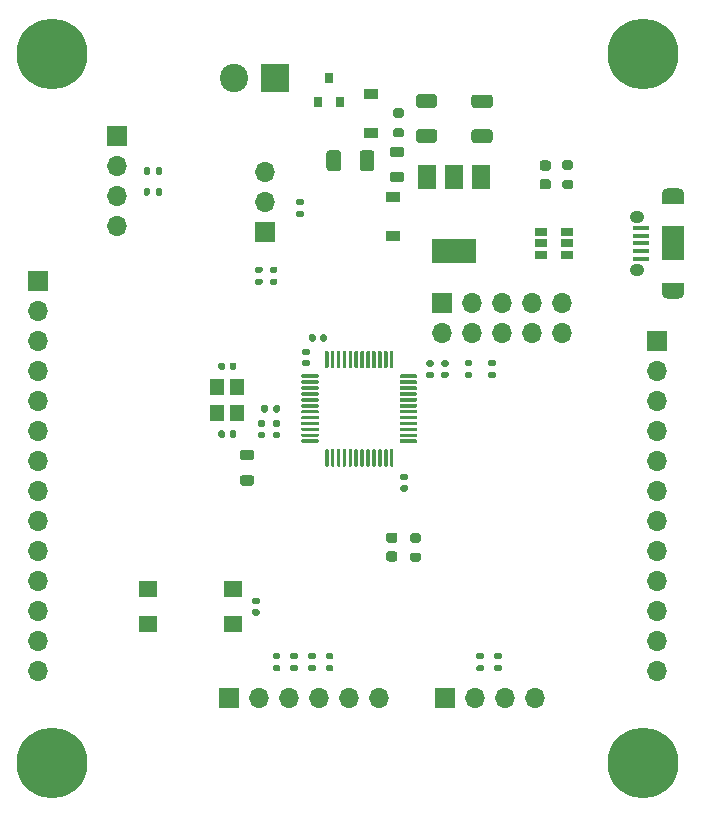
<source format=gbr>
%TF.GenerationSoftware,KiCad,Pcbnew,(5.1.9)-1*%
%TF.CreationDate,2021-01-20T19:31:44-08:00*%
%TF.ProjectId,STM32_BOB,53544d33-325f-4424-9f42-2e6b69636164,rev?*%
%TF.SameCoordinates,Original*%
%TF.FileFunction,Soldermask,Top*%
%TF.FilePolarity,Negative*%
%FSLAX46Y46*%
G04 Gerber Fmt 4.6, Leading zero omitted, Abs format (unit mm)*
G04 Created by KiCad (PCBNEW (5.1.9)-1) date 2021-01-20 19:31:44*
%MOMM*%
%LPD*%
G01*
G04 APERTURE LIST*
%ADD10O,1.700000X1.700000*%
%ADD11R,1.700000X1.700000*%
%ADD12R,1.200000X0.900000*%
%ADD13C,0.800000*%
%ADD14C,6.000000*%
%ADD15R,1.200000X1.400000*%
%ADD16R,2.400000X2.400000*%
%ADD17C,2.400000*%
%ADD18O,1.250000X1.050000*%
%ADD19R,1.350000X0.400000*%
%ADD20O,1.900000X1.000000*%
%ADD21R,1.900000X2.900000*%
%ADD22R,1.900000X0.875000*%
%ADD23R,0.800000X0.900000*%
%ADD24R,1.600000X1.400000*%
%ADD25R,3.800000X2.000000*%
%ADD26R,1.500000X2.000000*%
%ADD27R,1.060000X0.650000*%
G04 APERTURE END LIST*
%TO.C,C12*%
G36*
G01*
X116420000Y-112550000D02*
X116080000Y-112550000D01*
G75*
G02*
X115940000Y-112410000I0J140000D01*
G01*
X115940000Y-112130000D01*
G75*
G02*
X116080000Y-111990000I140000J0D01*
G01*
X116420000Y-111990000D01*
G75*
G02*
X116560000Y-112130000I0J-140000D01*
G01*
X116560000Y-112410000D01*
G75*
G02*
X116420000Y-112550000I-140000J0D01*
G01*
G37*
G36*
G01*
X116420000Y-113510000D02*
X116080000Y-113510000D01*
G75*
G02*
X115940000Y-113370000I0J140000D01*
G01*
X115940000Y-113090000D01*
G75*
G02*
X116080000Y-112950000I140000J0D01*
G01*
X116420000Y-112950000D01*
G75*
G02*
X116560000Y-113090000I0J-140000D01*
G01*
X116560000Y-113370000D01*
G75*
G02*
X116420000Y-113510000I-140000J0D01*
G01*
G37*
%TD*%
%TO.C,C11*%
G36*
G01*
X114040000Y-98320000D02*
X114040000Y-97980000D01*
G75*
G02*
X114180000Y-97840000I140000J0D01*
G01*
X114460000Y-97840000D01*
G75*
G02*
X114600000Y-97980000I0J-140000D01*
G01*
X114600000Y-98320000D01*
G75*
G02*
X114460000Y-98460000I-140000J0D01*
G01*
X114180000Y-98460000D01*
G75*
G02*
X114040000Y-98320000I0J140000D01*
G01*
G37*
G36*
G01*
X113080000Y-98320000D02*
X113080000Y-97980000D01*
G75*
G02*
X113220000Y-97840000I140000J0D01*
G01*
X113500000Y-97840000D01*
G75*
G02*
X113640000Y-97980000I0J-140000D01*
G01*
X113640000Y-98320000D01*
G75*
G02*
X113500000Y-98460000I-140000J0D01*
G01*
X113220000Y-98460000D01*
G75*
G02*
X113080000Y-98320000I0J140000D01*
G01*
G37*
%TD*%
%TO.C,C10*%
G36*
G01*
X113640000Y-92230000D02*
X113640000Y-92570000D01*
G75*
G02*
X113500000Y-92710000I-140000J0D01*
G01*
X113220000Y-92710000D01*
G75*
G02*
X113080000Y-92570000I0J140000D01*
G01*
X113080000Y-92230000D01*
G75*
G02*
X113220000Y-92090000I140000J0D01*
G01*
X113500000Y-92090000D01*
G75*
G02*
X113640000Y-92230000I0J-140000D01*
G01*
G37*
G36*
G01*
X114600000Y-92230000D02*
X114600000Y-92570000D01*
G75*
G02*
X114460000Y-92710000I-140000J0D01*
G01*
X114180000Y-92710000D01*
G75*
G02*
X114040000Y-92570000I0J140000D01*
G01*
X114040000Y-92230000D01*
G75*
G02*
X114180000Y-92090000I140000J0D01*
G01*
X114460000Y-92090000D01*
G75*
G02*
X114600000Y-92230000I0J-140000D01*
G01*
G37*
%TD*%
%TO.C,C9*%
G36*
G01*
X118170000Y-97530000D02*
X117830000Y-97530000D01*
G75*
G02*
X117690000Y-97390000I0J140000D01*
G01*
X117690000Y-97110000D01*
G75*
G02*
X117830000Y-96970000I140000J0D01*
G01*
X118170000Y-96970000D01*
G75*
G02*
X118310000Y-97110000I0J-140000D01*
G01*
X118310000Y-97390000D01*
G75*
G02*
X118170000Y-97530000I-140000J0D01*
G01*
G37*
G36*
G01*
X118170000Y-98490000D02*
X117830000Y-98490000D01*
G75*
G02*
X117690000Y-98350000I0J140000D01*
G01*
X117690000Y-98070000D01*
G75*
G02*
X117830000Y-97930000I140000J0D01*
G01*
X118170000Y-97930000D01*
G75*
G02*
X118310000Y-98070000I0J-140000D01*
G01*
X118310000Y-98350000D01*
G75*
G02*
X118170000Y-98490000I-140000J0D01*
G01*
G37*
%TD*%
%TO.C,C8*%
G36*
G01*
X116910000Y-97540000D02*
X116570000Y-97540000D01*
G75*
G02*
X116430000Y-97400000I0J140000D01*
G01*
X116430000Y-97120000D01*
G75*
G02*
X116570000Y-96980000I140000J0D01*
G01*
X116910000Y-96980000D01*
G75*
G02*
X117050000Y-97120000I0J-140000D01*
G01*
X117050000Y-97400000D01*
G75*
G02*
X116910000Y-97540000I-140000J0D01*
G01*
G37*
G36*
G01*
X116910000Y-98500000D02*
X116570000Y-98500000D01*
G75*
G02*
X116430000Y-98360000I0J140000D01*
G01*
X116430000Y-98080000D01*
G75*
G02*
X116570000Y-97940000I140000J0D01*
G01*
X116910000Y-97940000D01*
G75*
G02*
X117050000Y-98080000I0J-140000D01*
G01*
X117050000Y-98360000D01*
G75*
G02*
X116910000Y-98500000I-140000J0D01*
G01*
G37*
%TD*%
%TO.C,C7*%
G36*
G01*
X132420000Y-92450000D02*
X132080000Y-92450000D01*
G75*
G02*
X131940000Y-92310000I0J140000D01*
G01*
X131940000Y-92030000D01*
G75*
G02*
X132080000Y-91890000I140000J0D01*
G01*
X132420000Y-91890000D01*
G75*
G02*
X132560000Y-92030000I0J-140000D01*
G01*
X132560000Y-92310000D01*
G75*
G02*
X132420000Y-92450000I-140000J0D01*
G01*
G37*
G36*
G01*
X132420000Y-93410000D02*
X132080000Y-93410000D01*
G75*
G02*
X131940000Y-93270000I0J140000D01*
G01*
X131940000Y-92990000D01*
G75*
G02*
X132080000Y-92850000I140000J0D01*
G01*
X132420000Y-92850000D01*
G75*
G02*
X132560000Y-92990000I0J-140000D01*
G01*
X132560000Y-93270000D01*
G75*
G02*
X132420000Y-93410000I-140000J0D01*
G01*
G37*
%TD*%
%TO.C,C6*%
G36*
G01*
X120330000Y-91860000D02*
X120670000Y-91860000D01*
G75*
G02*
X120810000Y-92000000I0J-140000D01*
G01*
X120810000Y-92280000D01*
G75*
G02*
X120670000Y-92420000I-140000J0D01*
G01*
X120330000Y-92420000D01*
G75*
G02*
X120190000Y-92280000I0J140000D01*
G01*
X120190000Y-92000000D01*
G75*
G02*
X120330000Y-91860000I140000J0D01*
G01*
G37*
G36*
G01*
X120330000Y-90900000D02*
X120670000Y-90900000D01*
G75*
G02*
X120810000Y-91040000I0J-140000D01*
G01*
X120810000Y-91320000D01*
G75*
G02*
X120670000Y-91460000I-140000J0D01*
G01*
X120330000Y-91460000D01*
G75*
G02*
X120190000Y-91320000I0J140000D01*
G01*
X120190000Y-91040000D01*
G75*
G02*
X120330000Y-90900000I140000J0D01*
G01*
G37*
%TD*%
%TO.C,C5*%
G36*
G01*
X128970000Y-102050000D02*
X128630000Y-102050000D01*
G75*
G02*
X128490000Y-101910000I0J140000D01*
G01*
X128490000Y-101630000D01*
G75*
G02*
X128630000Y-101490000I140000J0D01*
G01*
X128970000Y-101490000D01*
G75*
G02*
X129110000Y-101630000I0J-140000D01*
G01*
X129110000Y-101910000D01*
G75*
G02*
X128970000Y-102050000I-140000J0D01*
G01*
G37*
G36*
G01*
X128970000Y-103010000D02*
X128630000Y-103010000D01*
G75*
G02*
X128490000Y-102870000I0J140000D01*
G01*
X128490000Y-102590000D01*
G75*
G02*
X128630000Y-102450000I140000J0D01*
G01*
X128970000Y-102450000D01*
G75*
G02*
X129110000Y-102590000I0J-140000D01*
G01*
X129110000Y-102870000D01*
G75*
G02*
X128970000Y-103010000I-140000J0D01*
G01*
G37*
%TD*%
%TO.C,C4*%
G36*
G01*
X121300000Y-89830000D02*
X121300000Y-90170000D01*
G75*
G02*
X121160000Y-90310000I-140000J0D01*
G01*
X120880000Y-90310000D01*
G75*
G02*
X120740000Y-90170000I0J140000D01*
G01*
X120740000Y-89830000D01*
G75*
G02*
X120880000Y-89690000I140000J0D01*
G01*
X121160000Y-89690000D01*
G75*
G02*
X121300000Y-89830000I0J-140000D01*
G01*
G37*
G36*
G01*
X122260000Y-89830000D02*
X122260000Y-90170000D01*
G75*
G02*
X122120000Y-90310000I-140000J0D01*
G01*
X121840000Y-90310000D01*
G75*
G02*
X121700000Y-90170000I0J140000D01*
G01*
X121700000Y-89830000D01*
G75*
G02*
X121840000Y-89690000I140000J0D01*
G01*
X122120000Y-89690000D01*
G75*
G02*
X122260000Y-89830000I0J-140000D01*
G01*
G37*
%TD*%
%TO.C,C3*%
G36*
G01*
X131170000Y-92450000D02*
X130830000Y-92450000D01*
G75*
G02*
X130690000Y-92310000I0J140000D01*
G01*
X130690000Y-92030000D01*
G75*
G02*
X130830000Y-91890000I140000J0D01*
G01*
X131170000Y-91890000D01*
G75*
G02*
X131310000Y-92030000I0J-140000D01*
G01*
X131310000Y-92310000D01*
G75*
G02*
X131170000Y-92450000I-140000J0D01*
G01*
G37*
G36*
G01*
X131170000Y-93410000D02*
X130830000Y-93410000D01*
G75*
G02*
X130690000Y-93270000I0J140000D01*
G01*
X130690000Y-92990000D01*
G75*
G02*
X130830000Y-92850000I140000J0D01*
G01*
X131170000Y-92850000D01*
G75*
G02*
X131310000Y-92990000I0J-140000D01*
G01*
X131310000Y-93270000D01*
G75*
G02*
X131170000Y-93410000I-140000J0D01*
G01*
G37*
%TD*%
D10*
%TO.C,J3*%
X142160000Y-89590000D03*
X142160000Y-87050000D03*
X139620000Y-89590000D03*
X139620000Y-87050000D03*
X137080000Y-89590000D03*
X137080000Y-87050000D03*
X134540000Y-89590000D03*
X134540000Y-87050000D03*
X132000000Y-89590000D03*
D11*
X132000000Y-87050000D03*
%TD*%
D12*
%TO.C,D1*%
X126000000Y-72650000D03*
X126000000Y-69350000D03*
%TD*%
D13*
%TO.C,H4*%
X150590990Y-124409010D03*
X149000000Y-123750000D03*
X147409010Y-124409010D03*
X146750000Y-126000000D03*
X147409010Y-127590990D03*
X149000000Y-128250000D03*
X150590990Y-127590990D03*
X151250000Y-126000000D03*
D14*
X149000000Y-126000000D03*
%TD*%
D13*
%TO.C,H3*%
X100590990Y-124409010D03*
X99000000Y-123750000D03*
X97409010Y-124409010D03*
X96750000Y-126000000D03*
X97409010Y-127590990D03*
X99000000Y-128250000D03*
X100590990Y-127590990D03*
X101250000Y-126000000D03*
D14*
X99000000Y-126000000D03*
%TD*%
D13*
%TO.C,H2*%
X150590990Y-64409010D03*
X149000000Y-63750000D03*
X147409010Y-64409010D03*
X146750000Y-66000000D03*
X147409010Y-67590990D03*
X149000000Y-68250000D03*
X150590990Y-67590990D03*
X151250000Y-66000000D03*
D14*
X149000000Y-66000000D03*
%TD*%
D13*
%TO.C,H1*%
X100590990Y-64409010D03*
X99000000Y-63750000D03*
X97409010Y-64409010D03*
X96750000Y-66000000D03*
X97409010Y-67590990D03*
X99000000Y-68250000D03*
X100590990Y-67590990D03*
X101250000Y-66000000D03*
D14*
X99000000Y-66000000D03*
%TD*%
D10*
%TO.C,J8*%
X97800000Y-118200000D03*
X97800000Y-115660000D03*
X97800000Y-113120000D03*
X97800000Y-110580000D03*
X97800000Y-108040000D03*
X97800000Y-105500000D03*
X97800000Y-102960000D03*
X97800000Y-100420000D03*
X97800000Y-97880000D03*
X97800000Y-95340000D03*
X97800000Y-92800000D03*
X97800000Y-90260000D03*
X97800000Y-87720000D03*
D11*
X97800000Y-85180000D03*
%TD*%
D10*
%TO.C,J7*%
X150200000Y-118200000D03*
X150200000Y-115660000D03*
X150200000Y-113120000D03*
X150200000Y-110580000D03*
X150200000Y-108040000D03*
X150200000Y-105500000D03*
X150200000Y-102960000D03*
X150200000Y-100420000D03*
X150200000Y-97880000D03*
X150200000Y-95340000D03*
X150200000Y-92800000D03*
D11*
X150200000Y-90260000D03*
%TD*%
%TO.C,C1*%
G36*
G01*
X130049999Y-72325000D02*
X131350001Y-72325000D01*
G75*
G02*
X131600000Y-72574999I0J-249999D01*
G01*
X131600000Y-73225001D01*
G75*
G02*
X131350001Y-73475000I-249999J0D01*
G01*
X130049999Y-73475000D01*
G75*
G02*
X129800000Y-73225001I0J249999D01*
G01*
X129800000Y-72574999D01*
G75*
G02*
X130049999Y-72325000I249999J0D01*
G01*
G37*
G36*
G01*
X130049999Y-69375000D02*
X131350001Y-69375000D01*
G75*
G02*
X131600000Y-69624999I0J-249999D01*
G01*
X131600000Y-70275001D01*
G75*
G02*
X131350001Y-70525000I-249999J0D01*
G01*
X130049999Y-70525000D01*
G75*
G02*
X129800000Y-70275001I0J249999D01*
G01*
X129800000Y-69624999D01*
G75*
G02*
X130049999Y-69375000I249999J0D01*
G01*
G37*
%TD*%
%TO.C,C2*%
G36*
G01*
X134749999Y-69400000D02*
X136050001Y-69400000D01*
G75*
G02*
X136300000Y-69649999I0J-249999D01*
G01*
X136300000Y-70300001D01*
G75*
G02*
X136050001Y-70550000I-249999J0D01*
G01*
X134749999Y-70550000D01*
G75*
G02*
X134500000Y-70300001I0J249999D01*
G01*
X134500000Y-69649999D01*
G75*
G02*
X134749999Y-69400000I249999J0D01*
G01*
G37*
G36*
G01*
X134749999Y-72350000D02*
X136050001Y-72350000D01*
G75*
G02*
X136300000Y-72599999I0J-249999D01*
G01*
X136300000Y-73250001D01*
G75*
G02*
X136050001Y-73500000I-249999J0D01*
G01*
X134749999Y-73500000D01*
G75*
G02*
X134500000Y-73250001I0J249999D01*
G01*
X134500000Y-72599999D01*
G75*
G02*
X134749999Y-72350000I249999J0D01*
G01*
G37*
%TD*%
D12*
%TO.C,D2*%
X127900000Y-78050000D03*
X127900000Y-81350000D03*
%TD*%
%TO.C,D3*%
G36*
G01*
X141006250Y-77425000D02*
X140493750Y-77425000D01*
G75*
G02*
X140275000Y-77206250I0J218750D01*
G01*
X140275000Y-76768750D01*
G75*
G02*
X140493750Y-76550000I218750J0D01*
G01*
X141006250Y-76550000D01*
G75*
G02*
X141225000Y-76768750I0J-218750D01*
G01*
X141225000Y-77206250D01*
G75*
G02*
X141006250Y-77425000I-218750J0D01*
G01*
G37*
G36*
G01*
X141006250Y-75850000D02*
X140493750Y-75850000D01*
G75*
G02*
X140275000Y-75631250I0J218750D01*
G01*
X140275000Y-75193750D01*
G75*
G02*
X140493750Y-74975000I218750J0D01*
G01*
X141006250Y-74975000D01*
G75*
G02*
X141225000Y-75193750I0J-218750D01*
G01*
X141225000Y-75631250D01*
G75*
G02*
X141006250Y-75850000I-218750J0D01*
G01*
G37*
%TD*%
%TO.C,D4*%
G36*
G01*
X128006250Y-107362500D02*
X127493750Y-107362500D01*
G75*
G02*
X127275000Y-107143750I0J218750D01*
G01*
X127275000Y-106706250D01*
G75*
G02*
X127493750Y-106487500I218750J0D01*
G01*
X128006250Y-106487500D01*
G75*
G02*
X128225000Y-106706250I0J-218750D01*
G01*
X128225000Y-107143750D01*
G75*
G02*
X128006250Y-107362500I-218750J0D01*
G01*
G37*
G36*
G01*
X128006250Y-108937500D02*
X127493750Y-108937500D01*
G75*
G02*
X127275000Y-108718750I0J218750D01*
G01*
X127275000Y-108281250D01*
G75*
G02*
X127493750Y-108062500I218750J0D01*
G01*
X128006250Y-108062500D01*
G75*
G02*
X128225000Y-108281250I0J-218750D01*
G01*
X128225000Y-108718750D01*
G75*
G02*
X128006250Y-108937500I-218750J0D01*
G01*
G37*
%TD*%
%TO.C,F1*%
G36*
G01*
X126275000Y-74375000D02*
X126275000Y-75625000D01*
G75*
G02*
X126025000Y-75875000I-250000J0D01*
G01*
X125275000Y-75875000D01*
G75*
G02*
X125025000Y-75625000I0J250000D01*
G01*
X125025000Y-74375000D01*
G75*
G02*
X125275000Y-74125000I250000J0D01*
G01*
X126025000Y-74125000D01*
G75*
G02*
X126275000Y-74375000I0J-250000D01*
G01*
G37*
G36*
G01*
X123475000Y-74375000D02*
X123475000Y-75625000D01*
G75*
G02*
X123225000Y-75875000I-250000J0D01*
G01*
X122475000Y-75875000D01*
G75*
G02*
X122225000Y-75625000I0J250000D01*
G01*
X122225000Y-74375000D01*
G75*
G02*
X122475000Y-74125000I250000J0D01*
G01*
X123225000Y-74125000D01*
G75*
G02*
X123475000Y-74375000I0J-250000D01*
G01*
G37*
%TD*%
%TO.C,FB1*%
G36*
G01*
X128581250Y-76837500D02*
X127818750Y-76837500D01*
G75*
G02*
X127600000Y-76618750I0J218750D01*
G01*
X127600000Y-76181250D01*
G75*
G02*
X127818750Y-75962500I218750J0D01*
G01*
X128581250Y-75962500D01*
G75*
G02*
X128800000Y-76181250I0J-218750D01*
G01*
X128800000Y-76618750D01*
G75*
G02*
X128581250Y-76837500I-218750J0D01*
G01*
G37*
G36*
G01*
X128581250Y-74712500D02*
X127818750Y-74712500D01*
G75*
G02*
X127600000Y-74493750I0J218750D01*
G01*
X127600000Y-74056250D01*
G75*
G02*
X127818750Y-73837500I218750J0D01*
G01*
X128581250Y-73837500D01*
G75*
G02*
X128800000Y-74056250I0J-218750D01*
G01*
X128800000Y-74493750D01*
G75*
G02*
X128581250Y-74712500I-218750J0D01*
G01*
G37*
%TD*%
%TO.C,FB2*%
G36*
G01*
X115118750Y-101625000D02*
X115881250Y-101625000D01*
G75*
G02*
X116100000Y-101843750I0J-218750D01*
G01*
X116100000Y-102281250D01*
G75*
G02*
X115881250Y-102500000I-218750J0D01*
G01*
X115118750Y-102500000D01*
G75*
G02*
X114900000Y-102281250I0J218750D01*
G01*
X114900000Y-101843750D01*
G75*
G02*
X115118750Y-101625000I218750J0D01*
G01*
G37*
G36*
G01*
X115118750Y-99500000D02*
X115881250Y-99500000D01*
G75*
G02*
X116100000Y-99718750I0J-218750D01*
G01*
X116100000Y-100156250D01*
G75*
G02*
X115881250Y-100375000I-218750J0D01*
G01*
X115118750Y-100375000D01*
G75*
G02*
X114900000Y-100156250I0J218750D01*
G01*
X114900000Y-99718750D01*
G75*
G02*
X115118750Y-99500000I218750J0D01*
G01*
G37*
%TD*%
D15*
%TO.C,HSE1*%
X112990000Y-94200000D03*
X112990000Y-96400000D03*
X114690000Y-96400000D03*
X114690000Y-94200000D03*
%TD*%
D16*
%TO.C,J1*%
X117900000Y-68000000D03*
D17*
X114400000Y-68000000D03*
%TD*%
D18*
%TO.C,J2*%
X148550000Y-84225000D03*
D19*
X148875000Y-83300000D03*
X148875000Y-82650000D03*
X148875000Y-82000000D03*
X148875000Y-80700000D03*
D18*
X148550000Y-79775000D03*
D20*
X151550000Y-86175000D03*
X151550000Y-77825000D03*
D19*
X148875000Y-81350000D03*
D21*
X151550000Y-82000000D03*
D22*
X151550000Y-78262500D03*
X151550000Y-85737500D03*
%TD*%
D11*
%TO.C,J4*%
X114000000Y-120450000D03*
D10*
X116540000Y-120450000D03*
X119080000Y-120450000D03*
X121620000Y-120450000D03*
X124160000Y-120450000D03*
X126700000Y-120450000D03*
%TD*%
%TO.C,J5*%
X104530000Y-80500000D03*
X104530000Y-77960000D03*
X104530000Y-75420000D03*
D11*
X104530000Y-72880000D03*
%TD*%
%TO.C,J6*%
X132250000Y-120450000D03*
D10*
X134790000Y-120450000D03*
X137330000Y-120450000D03*
X139870000Y-120450000D03*
%TD*%
D11*
%TO.C,JP1*%
X117000000Y-81000000D03*
D10*
X117000000Y-78460000D03*
X117000000Y-75920000D03*
%TD*%
D23*
%TO.C,Q1*%
X121500000Y-70000000D03*
X123400000Y-70000000D03*
X122450000Y-68000000D03*
%TD*%
%TO.C,R1*%
G36*
G01*
X128600000Y-73025000D02*
X128050000Y-73025000D01*
G75*
G02*
X127850000Y-72825000I0J200000D01*
G01*
X127850000Y-72425000D01*
G75*
G02*
X128050000Y-72225000I200000J0D01*
G01*
X128600000Y-72225000D01*
G75*
G02*
X128800000Y-72425000I0J-200000D01*
G01*
X128800000Y-72825000D01*
G75*
G02*
X128600000Y-73025000I-200000J0D01*
G01*
G37*
G36*
G01*
X128600000Y-71375000D02*
X128050000Y-71375000D01*
G75*
G02*
X127850000Y-71175000I0J200000D01*
G01*
X127850000Y-70775000D01*
G75*
G02*
X128050000Y-70575000I200000J0D01*
G01*
X128600000Y-70575000D01*
G75*
G02*
X128800000Y-70775000I0J-200000D01*
G01*
X128800000Y-71175000D01*
G75*
G02*
X128600000Y-71375000I-200000J0D01*
G01*
G37*
%TD*%
%TO.C,R2*%
G36*
G01*
X142925000Y-75775000D02*
X142375000Y-75775000D01*
G75*
G02*
X142175000Y-75575000I0J200000D01*
G01*
X142175000Y-75175000D01*
G75*
G02*
X142375000Y-74975000I200000J0D01*
G01*
X142925000Y-74975000D01*
G75*
G02*
X143125000Y-75175000I0J-200000D01*
G01*
X143125000Y-75575000D01*
G75*
G02*
X142925000Y-75775000I-200000J0D01*
G01*
G37*
G36*
G01*
X142925000Y-77425000D02*
X142375000Y-77425000D01*
G75*
G02*
X142175000Y-77225000I0J200000D01*
G01*
X142175000Y-76825000D01*
G75*
G02*
X142375000Y-76625000I200000J0D01*
G01*
X142925000Y-76625000D01*
G75*
G02*
X143125000Y-76825000I0J-200000D01*
G01*
X143125000Y-77225000D01*
G75*
G02*
X142925000Y-77425000I-200000J0D01*
G01*
G37*
%TD*%
%TO.C,R3*%
G36*
G01*
X117260000Y-95815000D02*
X117260000Y-96185000D01*
G75*
G02*
X117125000Y-96320000I-135000J0D01*
G01*
X116855000Y-96320000D01*
G75*
G02*
X116720000Y-96185000I0J135000D01*
G01*
X116720000Y-95815000D01*
G75*
G02*
X116855000Y-95680000I135000J0D01*
G01*
X117125000Y-95680000D01*
G75*
G02*
X117260000Y-95815000I0J-135000D01*
G01*
G37*
G36*
G01*
X118280000Y-95815000D02*
X118280000Y-96185000D01*
G75*
G02*
X118145000Y-96320000I-135000J0D01*
G01*
X117875000Y-96320000D01*
G75*
G02*
X117740000Y-96185000I0J135000D01*
G01*
X117740000Y-95815000D01*
G75*
G02*
X117875000Y-95680000I135000J0D01*
G01*
X118145000Y-95680000D01*
G75*
G02*
X118280000Y-95815000I0J-135000D01*
G01*
G37*
%TD*%
%TO.C,R4*%
G36*
G01*
X120185000Y-78760000D02*
X119815000Y-78760000D01*
G75*
G02*
X119680000Y-78625000I0J135000D01*
G01*
X119680000Y-78355000D01*
G75*
G02*
X119815000Y-78220000I135000J0D01*
G01*
X120185000Y-78220000D01*
G75*
G02*
X120320000Y-78355000I0J-135000D01*
G01*
X120320000Y-78625000D01*
G75*
G02*
X120185000Y-78760000I-135000J0D01*
G01*
G37*
G36*
G01*
X120185000Y-79780000D02*
X119815000Y-79780000D01*
G75*
G02*
X119680000Y-79645000I0J135000D01*
G01*
X119680000Y-79375000D01*
G75*
G02*
X119815000Y-79240000I135000J0D01*
G01*
X120185000Y-79240000D01*
G75*
G02*
X120320000Y-79375000I0J-135000D01*
G01*
X120320000Y-79645000D01*
G75*
G02*
X120185000Y-79780000I-135000J0D01*
G01*
G37*
%TD*%
%TO.C,R5*%
G36*
G01*
X130025000Y-108975000D02*
X129475000Y-108975000D01*
G75*
G02*
X129275000Y-108775000I0J200000D01*
G01*
X129275000Y-108375000D01*
G75*
G02*
X129475000Y-108175000I200000J0D01*
G01*
X130025000Y-108175000D01*
G75*
G02*
X130225000Y-108375000I0J-200000D01*
G01*
X130225000Y-108775000D01*
G75*
G02*
X130025000Y-108975000I-200000J0D01*
G01*
G37*
G36*
G01*
X130025000Y-107325000D02*
X129475000Y-107325000D01*
G75*
G02*
X129275000Y-107125000I0J200000D01*
G01*
X129275000Y-106725000D01*
G75*
G02*
X129475000Y-106525000I200000J0D01*
G01*
X130025000Y-106525000D01*
G75*
G02*
X130225000Y-106725000I0J-200000D01*
G01*
X130225000Y-107125000D01*
G75*
G02*
X130025000Y-107325000I-200000J0D01*
G01*
G37*
%TD*%
%TO.C,R6*%
G36*
G01*
X117935000Y-85530000D02*
X117565000Y-85530000D01*
G75*
G02*
X117430000Y-85395000I0J135000D01*
G01*
X117430000Y-85125000D01*
G75*
G02*
X117565000Y-84990000I135000J0D01*
G01*
X117935000Y-84990000D01*
G75*
G02*
X118070000Y-85125000I0J-135000D01*
G01*
X118070000Y-85395000D01*
G75*
G02*
X117935000Y-85530000I-135000J0D01*
G01*
G37*
G36*
G01*
X117935000Y-84510000D02*
X117565000Y-84510000D01*
G75*
G02*
X117430000Y-84375000I0J135000D01*
G01*
X117430000Y-84105000D01*
G75*
G02*
X117565000Y-83970000I135000J0D01*
G01*
X117935000Y-83970000D01*
G75*
G02*
X118070000Y-84105000I0J-135000D01*
G01*
X118070000Y-84375000D01*
G75*
G02*
X117935000Y-84510000I-135000J0D01*
G01*
G37*
%TD*%
%TO.C,R7*%
G36*
G01*
X116685000Y-84500000D02*
X116315000Y-84500000D01*
G75*
G02*
X116180000Y-84365000I0J135000D01*
G01*
X116180000Y-84095000D01*
G75*
G02*
X116315000Y-83960000I135000J0D01*
G01*
X116685000Y-83960000D01*
G75*
G02*
X116820000Y-84095000I0J-135000D01*
G01*
X116820000Y-84365000D01*
G75*
G02*
X116685000Y-84500000I-135000J0D01*
G01*
G37*
G36*
G01*
X116685000Y-85520000D02*
X116315000Y-85520000D01*
G75*
G02*
X116180000Y-85385000I0J135000D01*
G01*
X116180000Y-85115000D01*
G75*
G02*
X116315000Y-84980000I135000J0D01*
G01*
X116685000Y-84980000D01*
G75*
G02*
X116820000Y-85115000I0J-135000D01*
G01*
X116820000Y-85385000D01*
G75*
G02*
X116685000Y-85520000I-135000J0D01*
G01*
G37*
%TD*%
%TO.C,R8*%
G36*
G01*
X134435000Y-92400000D02*
X134065000Y-92400000D01*
G75*
G02*
X133930000Y-92265000I0J135000D01*
G01*
X133930000Y-91995000D01*
G75*
G02*
X134065000Y-91860000I135000J0D01*
G01*
X134435000Y-91860000D01*
G75*
G02*
X134570000Y-91995000I0J-135000D01*
G01*
X134570000Y-92265000D01*
G75*
G02*
X134435000Y-92400000I-135000J0D01*
G01*
G37*
G36*
G01*
X134435000Y-93420000D02*
X134065000Y-93420000D01*
G75*
G02*
X133930000Y-93285000I0J135000D01*
G01*
X133930000Y-93015000D01*
G75*
G02*
X134065000Y-92880000I135000J0D01*
G01*
X134435000Y-92880000D01*
G75*
G02*
X134570000Y-93015000I0J-135000D01*
G01*
X134570000Y-93285000D01*
G75*
G02*
X134435000Y-93420000I-135000J0D01*
G01*
G37*
%TD*%
%TO.C,R9*%
G36*
G01*
X136425000Y-93420000D02*
X136055000Y-93420000D01*
G75*
G02*
X135920000Y-93285000I0J135000D01*
G01*
X135920000Y-93015000D01*
G75*
G02*
X136055000Y-92880000I135000J0D01*
G01*
X136425000Y-92880000D01*
G75*
G02*
X136560000Y-93015000I0J-135000D01*
G01*
X136560000Y-93285000D01*
G75*
G02*
X136425000Y-93420000I-135000J0D01*
G01*
G37*
G36*
G01*
X136425000Y-92400000D02*
X136055000Y-92400000D01*
G75*
G02*
X135920000Y-92265000I0J135000D01*
G01*
X135920000Y-91995000D01*
G75*
G02*
X136055000Y-91860000I135000J0D01*
G01*
X136425000Y-91860000D01*
G75*
G02*
X136560000Y-91995000I0J-135000D01*
G01*
X136560000Y-92265000D01*
G75*
G02*
X136425000Y-92400000I-135000J0D01*
G01*
G37*
%TD*%
%TO.C,R10*%
G36*
G01*
X118185000Y-118230000D02*
X117815000Y-118230000D01*
G75*
G02*
X117680000Y-118095000I0J135000D01*
G01*
X117680000Y-117825000D01*
G75*
G02*
X117815000Y-117690000I135000J0D01*
G01*
X118185000Y-117690000D01*
G75*
G02*
X118320000Y-117825000I0J-135000D01*
G01*
X118320000Y-118095000D01*
G75*
G02*
X118185000Y-118230000I-135000J0D01*
G01*
G37*
G36*
G01*
X118185000Y-117210000D02*
X117815000Y-117210000D01*
G75*
G02*
X117680000Y-117075000I0J135000D01*
G01*
X117680000Y-116805000D01*
G75*
G02*
X117815000Y-116670000I135000J0D01*
G01*
X118185000Y-116670000D01*
G75*
G02*
X118320000Y-116805000I0J-135000D01*
G01*
X118320000Y-117075000D01*
G75*
G02*
X118185000Y-117210000I-135000J0D01*
G01*
G37*
%TD*%
%TO.C,R11*%
G36*
G01*
X119685000Y-117210000D02*
X119315000Y-117210000D01*
G75*
G02*
X119180000Y-117075000I0J135000D01*
G01*
X119180000Y-116805000D01*
G75*
G02*
X119315000Y-116670000I135000J0D01*
G01*
X119685000Y-116670000D01*
G75*
G02*
X119820000Y-116805000I0J-135000D01*
G01*
X119820000Y-117075000D01*
G75*
G02*
X119685000Y-117210000I-135000J0D01*
G01*
G37*
G36*
G01*
X119685000Y-118230000D02*
X119315000Y-118230000D01*
G75*
G02*
X119180000Y-118095000I0J135000D01*
G01*
X119180000Y-117825000D01*
G75*
G02*
X119315000Y-117690000I135000J0D01*
G01*
X119685000Y-117690000D01*
G75*
G02*
X119820000Y-117825000I0J-135000D01*
G01*
X119820000Y-118095000D01*
G75*
G02*
X119685000Y-118230000I-135000J0D01*
G01*
G37*
%TD*%
%TO.C,R12*%
G36*
G01*
X121185000Y-118230000D02*
X120815000Y-118230000D01*
G75*
G02*
X120680000Y-118095000I0J135000D01*
G01*
X120680000Y-117825000D01*
G75*
G02*
X120815000Y-117690000I135000J0D01*
G01*
X121185000Y-117690000D01*
G75*
G02*
X121320000Y-117825000I0J-135000D01*
G01*
X121320000Y-118095000D01*
G75*
G02*
X121185000Y-118230000I-135000J0D01*
G01*
G37*
G36*
G01*
X121185000Y-117210000D02*
X120815000Y-117210000D01*
G75*
G02*
X120680000Y-117075000I0J135000D01*
G01*
X120680000Y-116805000D01*
G75*
G02*
X120815000Y-116670000I135000J0D01*
G01*
X121185000Y-116670000D01*
G75*
G02*
X121320000Y-116805000I0J-135000D01*
G01*
X121320000Y-117075000D01*
G75*
G02*
X121185000Y-117210000I-135000J0D01*
G01*
G37*
%TD*%
%TO.C,R13*%
G36*
G01*
X122685000Y-117210000D02*
X122315000Y-117210000D01*
G75*
G02*
X122180000Y-117075000I0J135000D01*
G01*
X122180000Y-116805000D01*
G75*
G02*
X122315000Y-116670000I135000J0D01*
G01*
X122685000Y-116670000D01*
G75*
G02*
X122820000Y-116805000I0J-135000D01*
G01*
X122820000Y-117075000D01*
G75*
G02*
X122685000Y-117210000I-135000J0D01*
G01*
G37*
G36*
G01*
X122685000Y-118230000D02*
X122315000Y-118230000D01*
G75*
G02*
X122180000Y-118095000I0J135000D01*
G01*
X122180000Y-117825000D01*
G75*
G02*
X122315000Y-117690000I135000J0D01*
G01*
X122685000Y-117690000D01*
G75*
G02*
X122820000Y-117825000I0J-135000D01*
G01*
X122820000Y-118095000D01*
G75*
G02*
X122685000Y-118230000I-135000J0D01*
G01*
G37*
%TD*%
%TO.C,R14*%
G36*
G01*
X106750000Y-76065000D02*
X106750000Y-75695000D01*
G75*
G02*
X106885000Y-75560000I135000J0D01*
G01*
X107155000Y-75560000D01*
G75*
G02*
X107290000Y-75695000I0J-135000D01*
G01*
X107290000Y-76065000D01*
G75*
G02*
X107155000Y-76200000I-135000J0D01*
G01*
X106885000Y-76200000D01*
G75*
G02*
X106750000Y-76065000I0J135000D01*
G01*
G37*
G36*
G01*
X107770000Y-76065000D02*
X107770000Y-75695000D01*
G75*
G02*
X107905000Y-75560000I135000J0D01*
G01*
X108175000Y-75560000D01*
G75*
G02*
X108310000Y-75695000I0J-135000D01*
G01*
X108310000Y-76065000D01*
G75*
G02*
X108175000Y-76200000I-135000J0D01*
G01*
X107905000Y-76200000D01*
G75*
G02*
X107770000Y-76065000I0J135000D01*
G01*
G37*
%TD*%
%TO.C,R15*%
G36*
G01*
X106750000Y-77815000D02*
X106750000Y-77445000D01*
G75*
G02*
X106885000Y-77310000I135000J0D01*
G01*
X107155000Y-77310000D01*
G75*
G02*
X107290000Y-77445000I0J-135000D01*
G01*
X107290000Y-77815000D01*
G75*
G02*
X107155000Y-77950000I-135000J0D01*
G01*
X106885000Y-77950000D01*
G75*
G02*
X106750000Y-77815000I0J135000D01*
G01*
G37*
G36*
G01*
X107770000Y-77815000D02*
X107770000Y-77445000D01*
G75*
G02*
X107905000Y-77310000I135000J0D01*
G01*
X108175000Y-77310000D01*
G75*
G02*
X108310000Y-77445000I0J-135000D01*
G01*
X108310000Y-77815000D01*
G75*
G02*
X108175000Y-77950000I-135000J0D01*
G01*
X107905000Y-77950000D01*
G75*
G02*
X107770000Y-77815000I0J135000D01*
G01*
G37*
%TD*%
%TO.C,R16*%
G36*
G01*
X135435000Y-117210000D02*
X135065000Y-117210000D01*
G75*
G02*
X134930000Y-117075000I0J135000D01*
G01*
X134930000Y-116805000D01*
G75*
G02*
X135065000Y-116670000I135000J0D01*
G01*
X135435000Y-116670000D01*
G75*
G02*
X135570000Y-116805000I0J-135000D01*
G01*
X135570000Y-117075000D01*
G75*
G02*
X135435000Y-117210000I-135000J0D01*
G01*
G37*
G36*
G01*
X135435000Y-118230000D02*
X135065000Y-118230000D01*
G75*
G02*
X134930000Y-118095000I0J135000D01*
G01*
X134930000Y-117825000D01*
G75*
G02*
X135065000Y-117690000I135000J0D01*
G01*
X135435000Y-117690000D01*
G75*
G02*
X135570000Y-117825000I0J-135000D01*
G01*
X135570000Y-118095000D01*
G75*
G02*
X135435000Y-118230000I-135000J0D01*
G01*
G37*
%TD*%
%TO.C,R17*%
G36*
G01*
X136935000Y-118230000D02*
X136565000Y-118230000D01*
G75*
G02*
X136430000Y-118095000I0J135000D01*
G01*
X136430000Y-117825000D01*
G75*
G02*
X136565000Y-117690000I135000J0D01*
G01*
X136935000Y-117690000D01*
G75*
G02*
X137070000Y-117825000I0J-135000D01*
G01*
X137070000Y-118095000D01*
G75*
G02*
X136935000Y-118230000I-135000J0D01*
G01*
G37*
G36*
G01*
X136935000Y-117210000D02*
X136565000Y-117210000D01*
G75*
G02*
X136430000Y-117075000I0J135000D01*
G01*
X136430000Y-116805000D01*
G75*
G02*
X136565000Y-116670000I135000J0D01*
G01*
X136935000Y-116670000D01*
G75*
G02*
X137070000Y-116805000I0J-135000D01*
G01*
X137070000Y-117075000D01*
G75*
G02*
X136935000Y-117210000I-135000J0D01*
G01*
G37*
%TD*%
D24*
%TO.C,SW1*%
X107150000Y-114250000D03*
X114350000Y-114250000D03*
X107150000Y-111250000D03*
X114350000Y-111250000D03*
%TD*%
D25*
%TO.C,U1*%
X133000000Y-82650000D03*
D26*
X133000000Y-76350000D03*
X130700000Y-76350000D03*
X135300000Y-76350000D03*
%TD*%
D27*
%TO.C,U2*%
X142600000Y-82950000D03*
X142600000Y-82000000D03*
X142600000Y-81050000D03*
X140400000Y-81050000D03*
X140400000Y-82950000D03*
X140400000Y-82000000D03*
%TD*%
%TO.C,U3*%
G36*
G01*
X120100000Y-93325000D02*
X120100000Y-93175000D01*
G75*
G02*
X120175000Y-93100000I75000J0D01*
G01*
X121500000Y-93100000D01*
G75*
G02*
X121575000Y-93175000I0J-75000D01*
G01*
X121575000Y-93325000D01*
G75*
G02*
X121500000Y-93400000I-75000J0D01*
G01*
X120175000Y-93400000D01*
G75*
G02*
X120100000Y-93325000I0J75000D01*
G01*
G37*
G36*
G01*
X120100000Y-93825000D02*
X120100000Y-93675000D01*
G75*
G02*
X120175000Y-93600000I75000J0D01*
G01*
X121500000Y-93600000D01*
G75*
G02*
X121575000Y-93675000I0J-75000D01*
G01*
X121575000Y-93825000D01*
G75*
G02*
X121500000Y-93900000I-75000J0D01*
G01*
X120175000Y-93900000D01*
G75*
G02*
X120100000Y-93825000I0J75000D01*
G01*
G37*
G36*
G01*
X120100000Y-94325000D02*
X120100000Y-94175000D01*
G75*
G02*
X120175000Y-94100000I75000J0D01*
G01*
X121500000Y-94100000D01*
G75*
G02*
X121575000Y-94175000I0J-75000D01*
G01*
X121575000Y-94325000D01*
G75*
G02*
X121500000Y-94400000I-75000J0D01*
G01*
X120175000Y-94400000D01*
G75*
G02*
X120100000Y-94325000I0J75000D01*
G01*
G37*
G36*
G01*
X120100000Y-94825000D02*
X120100000Y-94675000D01*
G75*
G02*
X120175000Y-94600000I75000J0D01*
G01*
X121500000Y-94600000D01*
G75*
G02*
X121575000Y-94675000I0J-75000D01*
G01*
X121575000Y-94825000D01*
G75*
G02*
X121500000Y-94900000I-75000J0D01*
G01*
X120175000Y-94900000D01*
G75*
G02*
X120100000Y-94825000I0J75000D01*
G01*
G37*
G36*
G01*
X120100000Y-95325000D02*
X120100000Y-95175000D01*
G75*
G02*
X120175000Y-95100000I75000J0D01*
G01*
X121500000Y-95100000D01*
G75*
G02*
X121575000Y-95175000I0J-75000D01*
G01*
X121575000Y-95325000D01*
G75*
G02*
X121500000Y-95400000I-75000J0D01*
G01*
X120175000Y-95400000D01*
G75*
G02*
X120100000Y-95325000I0J75000D01*
G01*
G37*
G36*
G01*
X120100000Y-95825000D02*
X120100000Y-95675000D01*
G75*
G02*
X120175000Y-95600000I75000J0D01*
G01*
X121500000Y-95600000D01*
G75*
G02*
X121575000Y-95675000I0J-75000D01*
G01*
X121575000Y-95825000D01*
G75*
G02*
X121500000Y-95900000I-75000J0D01*
G01*
X120175000Y-95900000D01*
G75*
G02*
X120100000Y-95825000I0J75000D01*
G01*
G37*
G36*
G01*
X120100000Y-96325000D02*
X120100000Y-96175000D01*
G75*
G02*
X120175000Y-96100000I75000J0D01*
G01*
X121500000Y-96100000D01*
G75*
G02*
X121575000Y-96175000I0J-75000D01*
G01*
X121575000Y-96325000D01*
G75*
G02*
X121500000Y-96400000I-75000J0D01*
G01*
X120175000Y-96400000D01*
G75*
G02*
X120100000Y-96325000I0J75000D01*
G01*
G37*
G36*
G01*
X120100000Y-96825000D02*
X120100000Y-96675000D01*
G75*
G02*
X120175000Y-96600000I75000J0D01*
G01*
X121500000Y-96600000D01*
G75*
G02*
X121575000Y-96675000I0J-75000D01*
G01*
X121575000Y-96825000D01*
G75*
G02*
X121500000Y-96900000I-75000J0D01*
G01*
X120175000Y-96900000D01*
G75*
G02*
X120100000Y-96825000I0J75000D01*
G01*
G37*
G36*
G01*
X120100000Y-97325000D02*
X120100000Y-97175000D01*
G75*
G02*
X120175000Y-97100000I75000J0D01*
G01*
X121500000Y-97100000D01*
G75*
G02*
X121575000Y-97175000I0J-75000D01*
G01*
X121575000Y-97325000D01*
G75*
G02*
X121500000Y-97400000I-75000J0D01*
G01*
X120175000Y-97400000D01*
G75*
G02*
X120100000Y-97325000I0J75000D01*
G01*
G37*
G36*
G01*
X120100000Y-97825000D02*
X120100000Y-97675000D01*
G75*
G02*
X120175000Y-97600000I75000J0D01*
G01*
X121500000Y-97600000D01*
G75*
G02*
X121575000Y-97675000I0J-75000D01*
G01*
X121575000Y-97825000D01*
G75*
G02*
X121500000Y-97900000I-75000J0D01*
G01*
X120175000Y-97900000D01*
G75*
G02*
X120100000Y-97825000I0J75000D01*
G01*
G37*
G36*
G01*
X120100000Y-98325000D02*
X120100000Y-98175000D01*
G75*
G02*
X120175000Y-98100000I75000J0D01*
G01*
X121500000Y-98100000D01*
G75*
G02*
X121575000Y-98175000I0J-75000D01*
G01*
X121575000Y-98325000D01*
G75*
G02*
X121500000Y-98400000I-75000J0D01*
G01*
X120175000Y-98400000D01*
G75*
G02*
X120100000Y-98325000I0J75000D01*
G01*
G37*
G36*
G01*
X120100000Y-98825000D02*
X120100000Y-98675000D01*
G75*
G02*
X120175000Y-98600000I75000J0D01*
G01*
X121500000Y-98600000D01*
G75*
G02*
X121575000Y-98675000I0J-75000D01*
G01*
X121575000Y-98825000D01*
G75*
G02*
X121500000Y-98900000I-75000J0D01*
G01*
X120175000Y-98900000D01*
G75*
G02*
X120100000Y-98825000I0J75000D01*
G01*
G37*
G36*
G01*
X122100000Y-100825000D02*
X122100000Y-99500000D01*
G75*
G02*
X122175000Y-99425000I75000J0D01*
G01*
X122325000Y-99425000D01*
G75*
G02*
X122400000Y-99500000I0J-75000D01*
G01*
X122400000Y-100825000D01*
G75*
G02*
X122325000Y-100900000I-75000J0D01*
G01*
X122175000Y-100900000D01*
G75*
G02*
X122100000Y-100825000I0J75000D01*
G01*
G37*
G36*
G01*
X122600000Y-100825000D02*
X122600000Y-99500000D01*
G75*
G02*
X122675000Y-99425000I75000J0D01*
G01*
X122825000Y-99425000D01*
G75*
G02*
X122900000Y-99500000I0J-75000D01*
G01*
X122900000Y-100825000D01*
G75*
G02*
X122825000Y-100900000I-75000J0D01*
G01*
X122675000Y-100900000D01*
G75*
G02*
X122600000Y-100825000I0J75000D01*
G01*
G37*
G36*
G01*
X123100000Y-100825000D02*
X123100000Y-99500000D01*
G75*
G02*
X123175000Y-99425000I75000J0D01*
G01*
X123325000Y-99425000D01*
G75*
G02*
X123400000Y-99500000I0J-75000D01*
G01*
X123400000Y-100825000D01*
G75*
G02*
X123325000Y-100900000I-75000J0D01*
G01*
X123175000Y-100900000D01*
G75*
G02*
X123100000Y-100825000I0J75000D01*
G01*
G37*
G36*
G01*
X123600000Y-100825000D02*
X123600000Y-99500000D01*
G75*
G02*
X123675000Y-99425000I75000J0D01*
G01*
X123825000Y-99425000D01*
G75*
G02*
X123900000Y-99500000I0J-75000D01*
G01*
X123900000Y-100825000D01*
G75*
G02*
X123825000Y-100900000I-75000J0D01*
G01*
X123675000Y-100900000D01*
G75*
G02*
X123600000Y-100825000I0J75000D01*
G01*
G37*
G36*
G01*
X124100000Y-100825000D02*
X124100000Y-99500000D01*
G75*
G02*
X124175000Y-99425000I75000J0D01*
G01*
X124325000Y-99425000D01*
G75*
G02*
X124400000Y-99500000I0J-75000D01*
G01*
X124400000Y-100825000D01*
G75*
G02*
X124325000Y-100900000I-75000J0D01*
G01*
X124175000Y-100900000D01*
G75*
G02*
X124100000Y-100825000I0J75000D01*
G01*
G37*
G36*
G01*
X124600000Y-100825000D02*
X124600000Y-99500000D01*
G75*
G02*
X124675000Y-99425000I75000J0D01*
G01*
X124825000Y-99425000D01*
G75*
G02*
X124900000Y-99500000I0J-75000D01*
G01*
X124900000Y-100825000D01*
G75*
G02*
X124825000Y-100900000I-75000J0D01*
G01*
X124675000Y-100900000D01*
G75*
G02*
X124600000Y-100825000I0J75000D01*
G01*
G37*
G36*
G01*
X125100000Y-100825000D02*
X125100000Y-99500000D01*
G75*
G02*
X125175000Y-99425000I75000J0D01*
G01*
X125325000Y-99425000D01*
G75*
G02*
X125400000Y-99500000I0J-75000D01*
G01*
X125400000Y-100825000D01*
G75*
G02*
X125325000Y-100900000I-75000J0D01*
G01*
X125175000Y-100900000D01*
G75*
G02*
X125100000Y-100825000I0J75000D01*
G01*
G37*
G36*
G01*
X125600000Y-100825000D02*
X125600000Y-99500000D01*
G75*
G02*
X125675000Y-99425000I75000J0D01*
G01*
X125825000Y-99425000D01*
G75*
G02*
X125900000Y-99500000I0J-75000D01*
G01*
X125900000Y-100825000D01*
G75*
G02*
X125825000Y-100900000I-75000J0D01*
G01*
X125675000Y-100900000D01*
G75*
G02*
X125600000Y-100825000I0J75000D01*
G01*
G37*
G36*
G01*
X126100000Y-100825000D02*
X126100000Y-99500000D01*
G75*
G02*
X126175000Y-99425000I75000J0D01*
G01*
X126325000Y-99425000D01*
G75*
G02*
X126400000Y-99500000I0J-75000D01*
G01*
X126400000Y-100825000D01*
G75*
G02*
X126325000Y-100900000I-75000J0D01*
G01*
X126175000Y-100900000D01*
G75*
G02*
X126100000Y-100825000I0J75000D01*
G01*
G37*
G36*
G01*
X126600000Y-100825000D02*
X126600000Y-99500000D01*
G75*
G02*
X126675000Y-99425000I75000J0D01*
G01*
X126825000Y-99425000D01*
G75*
G02*
X126900000Y-99500000I0J-75000D01*
G01*
X126900000Y-100825000D01*
G75*
G02*
X126825000Y-100900000I-75000J0D01*
G01*
X126675000Y-100900000D01*
G75*
G02*
X126600000Y-100825000I0J75000D01*
G01*
G37*
G36*
G01*
X127100000Y-100825000D02*
X127100000Y-99500000D01*
G75*
G02*
X127175000Y-99425000I75000J0D01*
G01*
X127325000Y-99425000D01*
G75*
G02*
X127400000Y-99500000I0J-75000D01*
G01*
X127400000Y-100825000D01*
G75*
G02*
X127325000Y-100900000I-75000J0D01*
G01*
X127175000Y-100900000D01*
G75*
G02*
X127100000Y-100825000I0J75000D01*
G01*
G37*
G36*
G01*
X127600000Y-100825000D02*
X127600000Y-99500000D01*
G75*
G02*
X127675000Y-99425000I75000J0D01*
G01*
X127825000Y-99425000D01*
G75*
G02*
X127900000Y-99500000I0J-75000D01*
G01*
X127900000Y-100825000D01*
G75*
G02*
X127825000Y-100900000I-75000J0D01*
G01*
X127675000Y-100900000D01*
G75*
G02*
X127600000Y-100825000I0J75000D01*
G01*
G37*
G36*
G01*
X128425000Y-98825000D02*
X128425000Y-98675000D01*
G75*
G02*
X128500000Y-98600000I75000J0D01*
G01*
X129825000Y-98600000D01*
G75*
G02*
X129900000Y-98675000I0J-75000D01*
G01*
X129900000Y-98825000D01*
G75*
G02*
X129825000Y-98900000I-75000J0D01*
G01*
X128500000Y-98900000D01*
G75*
G02*
X128425000Y-98825000I0J75000D01*
G01*
G37*
G36*
G01*
X128425000Y-98325000D02*
X128425000Y-98175000D01*
G75*
G02*
X128500000Y-98100000I75000J0D01*
G01*
X129825000Y-98100000D01*
G75*
G02*
X129900000Y-98175000I0J-75000D01*
G01*
X129900000Y-98325000D01*
G75*
G02*
X129825000Y-98400000I-75000J0D01*
G01*
X128500000Y-98400000D01*
G75*
G02*
X128425000Y-98325000I0J75000D01*
G01*
G37*
G36*
G01*
X128425000Y-97825000D02*
X128425000Y-97675000D01*
G75*
G02*
X128500000Y-97600000I75000J0D01*
G01*
X129825000Y-97600000D01*
G75*
G02*
X129900000Y-97675000I0J-75000D01*
G01*
X129900000Y-97825000D01*
G75*
G02*
X129825000Y-97900000I-75000J0D01*
G01*
X128500000Y-97900000D01*
G75*
G02*
X128425000Y-97825000I0J75000D01*
G01*
G37*
G36*
G01*
X128425000Y-97325000D02*
X128425000Y-97175000D01*
G75*
G02*
X128500000Y-97100000I75000J0D01*
G01*
X129825000Y-97100000D01*
G75*
G02*
X129900000Y-97175000I0J-75000D01*
G01*
X129900000Y-97325000D01*
G75*
G02*
X129825000Y-97400000I-75000J0D01*
G01*
X128500000Y-97400000D01*
G75*
G02*
X128425000Y-97325000I0J75000D01*
G01*
G37*
G36*
G01*
X128425000Y-96825000D02*
X128425000Y-96675000D01*
G75*
G02*
X128500000Y-96600000I75000J0D01*
G01*
X129825000Y-96600000D01*
G75*
G02*
X129900000Y-96675000I0J-75000D01*
G01*
X129900000Y-96825000D01*
G75*
G02*
X129825000Y-96900000I-75000J0D01*
G01*
X128500000Y-96900000D01*
G75*
G02*
X128425000Y-96825000I0J75000D01*
G01*
G37*
G36*
G01*
X128425000Y-96325000D02*
X128425000Y-96175000D01*
G75*
G02*
X128500000Y-96100000I75000J0D01*
G01*
X129825000Y-96100000D01*
G75*
G02*
X129900000Y-96175000I0J-75000D01*
G01*
X129900000Y-96325000D01*
G75*
G02*
X129825000Y-96400000I-75000J0D01*
G01*
X128500000Y-96400000D01*
G75*
G02*
X128425000Y-96325000I0J75000D01*
G01*
G37*
G36*
G01*
X128425000Y-95825000D02*
X128425000Y-95675000D01*
G75*
G02*
X128500000Y-95600000I75000J0D01*
G01*
X129825000Y-95600000D01*
G75*
G02*
X129900000Y-95675000I0J-75000D01*
G01*
X129900000Y-95825000D01*
G75*
G02*
X129825000Y-95900000I-75000J0D01*
G01*
X128500000Y-95900000D01*
G75*
G02*
X128425000Y-95825000I0J75000D01*
G01*
G37*
G36*
G01*
X128425000Y-95325000D02*
X128425000Y-95175000D01*
G75*
G02*
X128500000Y-95100000I75000J0D01*
G01*
X129825000Y-95100000D01*
G75*
G02*
X129900000Y-95175000I0J-75000D01*
G01*
X129900000Y-95325000D01*
G75*
G02*
X129825000Y-95400000I-75000J0D01*
G01*
X128500000Y-95400000D01*
G75*
G02*
X128425000Y-95325000I0J75000D01*
G01*
G37*
G36*
G01*
X128425000Y-94825000D02*
X128425000Y-94675000D01*
G75*
G02*
X128500000Y-94600000I75000J0D01*
G01*
X129825000Y-94600000D01*
G75*
G02*
X129900000Y-94675000I0J-75000D01*
G01*
X129900000Y-94825000D01*
G75*
G02*
X129825000Y-94900000I-75000J0D01*
G01*
X128500000Y-94900000D01*
G75*
G02*
X128425000Y-94825000I0J75000D01*
G01*
G37*
G36*
G01*
X128425000Y-94325000D02*
X128425000Y-94175000D01*
G75*
G02*
X128500000Y-94100000I75000J0D01*
G01*
X129825000Y-94100000D01*
G75*
G02*
X129900000Y-94175000I0J-75000D01*
G01*
X129900000Y-94325000D01*
G75*
G02*
X129825000Y-94400000I-75000J0D01*
G01*
X128500000Y-94400000D01*
G75*
G02*
X128425000Y-94325000I0J75000D01*
G01*
G37*
G36*
G01*
X128425000Y-93825000D02*
X128425000Y-93675000D01*
G75*
G02*
X128500000Y-93600000I75000J0D01*
G01*
X129825000Y-93600000D01*
G75*
G02*
X129900000Y-93675000I0J-75000D01*
G01*
X129900000Y-93825000D01*
G75*
G02*
X129825000Y-93900000I-75000J0D01*
G01*
X128500000Y-93900000D01*
G75*
G02*
X128425000Y-93825000I0J75000D01*
G01*
G37*
G36*
G01*
X128425000Y-93325000D02*
X128425000Y-93175000D01*
G75*
G02*
X128500000Y-93100000I75000J0D01*
G01*
X129825000Y-93100000D01*
G75*
G02*
X129900000Y-93175000I0J-75000D01*
G01*
X129900000Y-93325000D01*
G75*
G02*
X129825000Y-93400000I-75000J0D01*
G01*
X128500000Y-93400000D01*
G75*
G02*
X128425000Y-93325000I0J75000D01*
G01*
G37*
G36*
G01*
X127600000Y-92500000D02*
X127600000Y-91175000D01*
G75*
G02*
X127675000Y-91100000I75000J0D01*
G01*
X127825000Y-91100000D01*
G75*
G02*
X127900000Y-91175000I0J-75000D01*
G01*
X127900000Y-92500000D01*
G75*
G02*
X127825000Y-92575000I-75000J0D01*
G01*
X127675000Y-92575000D01*
G75*
G02*
X127600000Y-92500000I0J75000D01*
G01*
G37*
G36*
G01*
X127100000Y-92500000D02*
X127100000Y-91175000D01*
G75*
G02*
X127175000Y-91100000I75000J0D01*
G01*
X127325000Y-91100000D01*
G75*
G02*
X127400000Y-91175000I0J-75000D01*
G01*
X127400000Y-92500000D01*
G75*
G02*
X127325000Y-92575000I-75000J0D01*
G01*
X127175000Y-92575000D01*
G75*
G02*
X127100000Y-92500000I0J75000D01*
G01*
G37*
G36*
G01*
X126600000Y-92500000D02*
X126600000Y-91175000D01*
G75*
G02*
X126675000Y-91100000I75000J0D01*
G01*
X126825000Y-91100000D01*
G75*
G02*
X126900000Y-91175000I0J-75000D01*
G01*
X126900000Y-92500000D01*
G75*
G02*
X126825000Y-92575000I-75000J0D01*
G01*
X126675000Y-92575000D01*
G75*
G02*
X126600000Y-92500000I0J75000D01*
G01*
G37*
G36*
G01*
X126100000Y-92500000D02*
X126100000Y-91175000D01*
G75*
G02*
X126175000Y-91100000I75000J0D01*
G01*
X126325000Y-91100000D01*
G75*
G02*
X126400000Y-91175000I0J-75000D01*
G01*
X126400000Y-92500000D01*
G75*
G02*
X126325000Y-92575000I-75000J0D01*
G01*
X126175000Y-92575000D01*
G75*
G02*
X126100000Y-92500000I0J75000D01*
G01*
G37*
G36*
G01*
X125600000Y-92500000D02*
X125600000Y-91175000D01*
G75*
G02*
X125675000Y-91100000I75000J0D01*
G01*
X125825000Y-91100000D01*
G75*
G02*
X125900000Y-91175000I0J-75000D01*
G01*
X125900000Y-92500000D01*
G75*
G02*
X125825000Y-92575000I-75000J0D01*
G01*
X125675000Y-92575000D01*
G75*
G02*
X125600000Y-92500000I0J75000D01*
G01*
G37*
G36*
G01*
X125100000Y-92500000D02*
X125100000Y-91175000D01*
G75*
G02*
X125175000Y-91100000I75000J0D01*
G01*
X125325000Y-91100000D01*
G75*
G02*
X125400000Y-91175000I0J-75000D01*
G01*
X125400000Y-92500000D01*
G75*
G02*
X125325000Y-92575000I-75000J0D01*
G01*
X125175000Y-92575000D01*
G75*
G02*
X125100000Y-92500000I0J75000D01*
G01*
G37*
G36*
G01*
X124600000Y-92500000D02*
X124600000Y-91175000D01*
G75*
G02*
X124675000Y-91100000I75000J0D01*
G01*
X124825000Y-91100000D01*
G75*
G02*
X124900000Y-91175000I0J-75000D01*
G01*
X124900000Y-92500000D01*
G75*
G02*
X124825000Y-92575000I-75000J0D01*
G01*
X124675000Y-92575000D01*
G75*
G02*
X124600000Y-92500000I0J75000D01*
G01*
G37*
G36*
G01*
X124100000Y-92500000D02*
X124100000Y-91175000D01*
G75*
G02*
X124175000Y-91100000I75000J0D01*
G01*
X124325000Y-91100000D01*
G75*
G02*
X124400000Y-91175000I0J-75000D01*
G01*
X124400000Y-92500000D01*
G75*
G02*
X124325000Y-92575000I-75000J0D01*
G01*
X124175000Y-92575000D01*
G75*
G02*
X124100000Y-92500000I0J75000D01*
G01*
G37*
G36*
G01*
X123600000Y-92500000D02*
X123600000Y-91175000D01*
G75*
G02*
X123675000Y-91100000I75000J0D01*
G01*
X123825000Y-91100000D01*
G75*
G02*
X123900000Y-91175000I0J-75000D01*
G01*
X123900000Y-92500000D01*
G75*
G02*
X123825000Y-92575000I-75000J0D01*
G01*
X123675000Y-92575000D01*
G75*
G02*
X123600000Y-92500000I0J75000D01*
G01*
G37*
G36*
G01*
X123100000Y-92500000D02*
X123100000Y-91175000D01*
G75*
G02*
X123175000Y-91100000I75000J0D01*
G01*
X123325000Y-91100000D01*
G75*
G02*
X123400000Y-91175000I0J-75000D01*
G01*
X123400000Y-92500000D01*
G75*
G02*
X123325000Y-92575000I-75000J0D01*
G01*
X123175000Y-92575000D01*
G75*
G02*
X123100000Y-92500000I0J75000D01*
G01*
G37*
G36*
G01*
X122600000Y-92500000D02*
X122600000Y-91175000D01*
G75*
G02*
X122675000Y-91100000I75000J0D01*
G01*
X122825000Y-91100000D01*
G75*
G02*
X122900000Y-91175000I0J-75000D01*
G01*
X122900000Y-92500000D01*
G75*
G02*
X122825000Y-92575000I-75000J0D01*
G01*
X122675000Y-92575000D01*
G75*
G02*
X122600000Y-92500000I0J75000D01*
G01*
G37*
G36*
G01*
X122100000Y-92500000D02*
X122100000Y-91175000D01*
G75*
G02*
X122175000Y-91100000I75000J0D01*
G01*
X122325000Y-91100000D01*
G75*
G02*
X122400000Y-91175000I0J-75000D01*
G01*
X122400000Y-92500000D01*
G75*
G02*
X122325000Y-92575000I-75000J0D01*
G01*
X122175000Y-92575000D01*
G75*
G02*
X122100000Y-92500000I0J75000D01*
G01*
G37*
%TD*%
M02*

</source>
